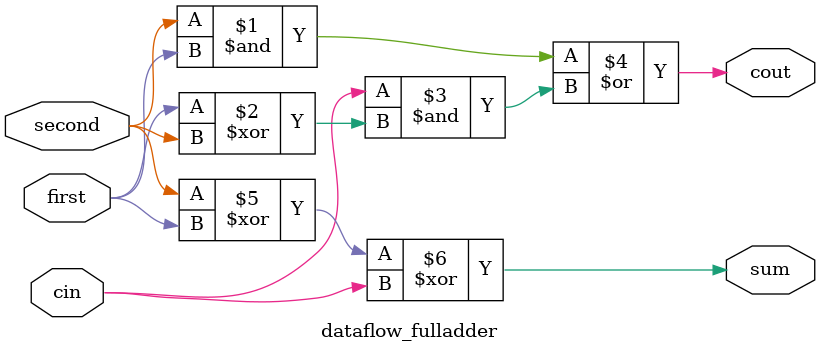
<source format=v>
module dataflow_fulladder(
    input first,
	 input second,
	 input cin,
	 output sum,
	 output cout);
	 
	 assign cout = (second & first) | cin & (first ^ second);
	 assign sum = second^first^cin;

endmodule

</source>
